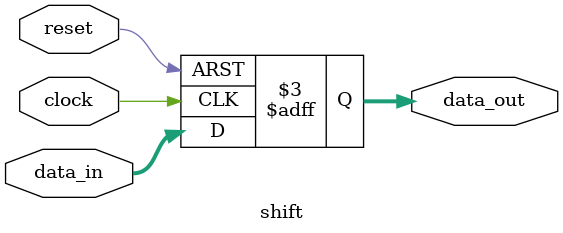
<source format=v>
module shift(
  clock,
  reset,
  data_in,
  data_out
);
	parameter width=10;
	
	input clock;
  input reset;
	input      [width-1:0] data_in;
	output reg [width-1:0] data_out;
 
	always @(posedge clock or negedge reset) begin
    if (reset == 0) data_out <= {width{1'b0}};
    else            data_out <= data_in;
  end
	
 endmodule

</source>
